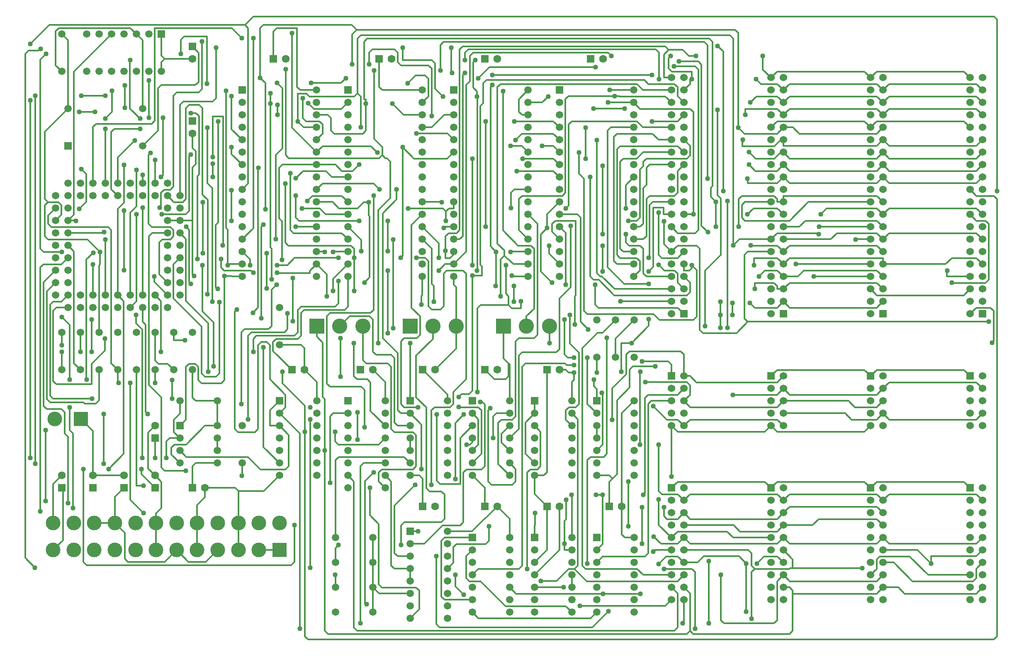
<source format=gbr>
G04 DipTrace 2.3.1.0*
%INBottom.gbr*%
%MOIN*%
%ADD13C,0.013*%
%ADD15C,0.063*%
%ADD16R,0.063X0.063*%
%ADD17R,0.122X0.122*%
%ADD18C,0.122*%
%ADD19C,0.06*%
%ADD20R,0.06X0.06*%
%ADD21C,0.0591*%
%ADD22C,0.0591*%
%ADD23R,0.1181X0.1181*%
%ADD24C,0.1181*%
%ADD25R,0.0591X0.0591*%
%ADD26C,0.04*%
%FSLAX44Y44*%
G04*
G70*
G90*
G75*
G01*
%LNBottom*%
%LPD*%
X31133Y37396D2*
D13*
X32198Y36331D1*
Y35450D1*
X34341Y37886D2*
Y35450D1*
X39633Y37396D2*
X38950D1*
X38856Y37302D1*
X58133Y30396D2*
X57638Y30891D1*
X51263D1*
X51004Y31151D1*
Y32755D1*
X48133Y37396D2*
X48633Y36896D1*
Y32755D1*
X10633Y34377D2*
Y31896D1*
X38856Y37302D2*
D3*
X63444Y31293D2*
X63845Y30891D1*
X65627D1*
X66133Y31396D1*
X48133Y38396D2*
X49580D1*
X49839Y38136D1*
Y29761D1*
X50451Y29149D1*
X61073Y31390D2*
Y30319D1*
X31133Y38396D2*
X29356D1*
X28858Y38893D1*
X27455D1*
X62047Y30319D2*
Y31293D1*
X24337Y37562D2*
X24180Y37404D1*
Y30064D1*
X66133Y31396D2*
X66638Y30891D1*
X73627D1*
X74133Y31396D1*
X61073Y30319D2*
Y29279D1*
X31133Y39396D2*
X30642Y39886D1*
X28286D1*
X27878Y39478D1*
X47528Y32917D2*
X46627Y33819D1*
Y36790D1*
X47138Y37302D1*
X35965Y38893D2*
X38759D1*
X39018Y38634D1*
X39278Y38893D1*
X39633D1*
Y39396D1*
X63833Y32397D2*
D3*
X51621Y35873D2*
Y33826D1*
X58133Y32396D2*
X57627Y32901D1*
Y33631D1*
X57368Y33891D1*
X56558D1*
X56103Y34346D1*
X39018Y38634D2*
Y37886D1*
X47138Y37302D2*
Y38402D1*
X48133Y39396D1*
X66133Y32396D2*
X66627Y32891D1*
X73638D1*
X74133Y32396D1*
X63833Y32397D2*
Y32592D1*
X63828Y32597D1*
Y32891D1*
X65368D1*
X65627Y32631D1*
Y32396D1*
X66133D1*
X11633Y36387D2*
Y31896D1*
X81133Y30396D2*
X81627Y30891D1*
X82774D1*
X83034Y30631D1*
Y28212D1*
X82899Y28077D1*
X5596Y52113D2*
X7130Y53646D1*
X22863D1*
X23538Y54322D1*
X83062D1*
X83322Y54062D1*
Y40290D1*
X14593Y18821D2*
D3*
X5596Y47566D2*
Y18821D1*
X22633Y40396D2*
X23123Y40886D1*
Y53386D1*
X22863Y53646D1*
X82899Y28077D2*
D3*
X14593Y18821D2*
X14623Y18850D1*
Y29128D1*
X14106Y29645D1*
Y30319D1*
X48133Y41396D2*
X47642Y41886D1*
X44707D1*
X31133Y41396D2*
X29855D1*
X29365Y41886D1*
X27525D1*
X26936Y41297D1*
X58133Y33396D2*
X58627Y32901D1*
Y32151D1*
X58368Y31891D1*
X52552D1*
X51294Y33149D1*
X50869D1*
X50609Y33409D1*
Y41389D1*
X64158Y33404D2*
X64645Y33891D1*
X65638D1*
X66133Y33396D1*
X13132Y42369D2*
Y39343D1*
X12633Y38844D1*
Y31896D1*
X26838Y13396D2*
Y10446D1*
X26578Y10186D1*
X10142D1*
X9883Y10446D1*
Y17910D1*
X36777Y12909D2*
D3*
X20277Y42466D2*
Y41394D1*
X66133Y33396D2*
X67294D1*
X67789Y33891D1*
X73638D1*
X74133Y33396D1*
X12633Y31896D2*
X13123Y31406D1*
Y19136D1*
X11897Y17911D1*
X36764Y12896D2*
X36133D1*
X57133Y31396D2*
X53042D1*
X53050Y31423D1*
X43825Y34314D2*
Y32040D1*
X44053Y31813D1*
Y31115D1*
X44313Y30855D1*
X45027D1*
Y31423D1*
X22633Y42396D2*
X21771Y43258D1*
Y43798D1*
X16185Y38406D2*
X18123D1*
X18383Y38666D1*
Y43073D1*
X18523Y43213D1*
X14138Y38406D2*
Y31402D1*
X13633Y30896D1*
X41552Y24115D2*
Y30855D1*
X41812Y31115D1*
X44053D1*
X41779Y23303D2*
D3*
X41130Y42888D2*
Y34314D1*
X45157Y42888D2*
X47640D1*
X48133Y42396D1*
X18523Y43213D2*
D3*
X41779Y23303D2*
X41942D1*
X42142Y23103D1*
Y18146D1*
X41883Y17886D1*
X40680D1*
X40420Y17627D1*
Y13646D1*
X40160Y13386D1*
X38749D1*
X37259Y11896D1*
X36133D1*
X39633Y43396D2*
X39123Y42886D1*
X36454D1*
X35543Y43798D1*
X14138Y41979D2*
Y39054D1*
X13633Y38548D1*
Y31896D1*
X37849Y16644D2*
Y22627D1*
X38109Y22886D1*
X39355D1*
X39615Y23146D1*
Y24123D1*
X40638Y25146D1*
Y33627D1*
X40379Y33886D1*
X39088D1*
X38829Y33627D1*
Y30996D1*
X38569Y30736D1*
X37867D1*
X37607Y30996D1*
Y34638D1*
X37347Y34898D1*
X36647D1*
X36550Y16644D2*
X34875Y14969D1*
Y11156D1*
X35135Y10896D1*
X36133D1*
X49704Y43376D2*
Y41662D1*
X50099Y41267D1*
Y30646D1*
X50359Y30386D1*
X55703D1*
X56188Y29901D1*
X58901D1*
X59161Y30161D1*
Y33919D1*
X58766Y34314D1*
X48133Y43396D2*
X47634Y43895D1*
X46749D1*
X35538Y43793D2*
Y35056D1*
X35381Y34898D1*
X74133Y34396D2*
X79182D1*
X79676Y34891D1*
X81638D1*
X82133Y34396D1*
X66133D2*
X66627Y34891D1*
X74133D1*
Y34396D1*
X63761Y34321D2*
Y34891D1*
X65638D1*
X66133Y34396D1*
X58766Y34314D2*
Y34091D1*
X58566Y33891D1*
X58133D1*
Y34396D1*
X48133Y44396D2*
X47642Y44886D1*
X45109D1*
X44605Y44383D1*
X57133Y32396D2*
X52558D1*
X51545Y33409D1*
X51393D1*
X51134Y33669D1*
Y44383D1*
X73133Y32396D2*
X73638Y31891D1*
X80627D1*
X81133Y32396D1*
X39633Y44396D2*
X39127Y44902D1*
X36647D1*
X15048Y22328D2*
X14883Y22494D1*
Y29521D1*
X14633Y29771D1*
Y30896D1*
X11508Y18333D2*
Y22328D1*
X6018Y47955D2*
Y18333D1*
X11637Y47955D2*
X9721D1*
X22633Y44396D2*
X21771Y45258D1*
Y47923D1*
X63509Y35905D2*
D3*
X45617Y43396D2*
X45118Y43895D1*
X44215D1*
X26643Y52990D2*
Y45370D1*
X28617Y43396D1*
X15990Y38958D2*
D3*
X58133Y35396D2*
X57627Y34891D1*
X56363D1*
X56103Y35151D1*
Y38536D1*
X66133Y35396D2*
X66627Y35891D1*
X73638D1*
X74133Y35396D1*
X63509Y35905D2*
X63523Y35891D1*
X65638D1*
X66133Y35396D1*
X28617Y43396D2*
X29107Y43886D1*
X32986D1*
X33497Y43376D1*
X15990Y38958D2*
X16123Y39091D1*
Y40127D1*
X16383Y40386D1*
X16863D1*
X17123Y40646D1*
Y47950D1*
X17383Y48210D1*
X19146D1*
X19406Y48470D1*
Y52302D1*
X14633Y38951D2*
Y31896D1*
X79294Y33891D2*
D3*
X26708Y33274D2*
Y29799D1*
X32035Y42401D2*
X31520Y41886D1*
X30637D1*
X30128Y42396D1*
X28617D1*
X57133Y33396D2*
X55127D1*
X54867Y33656D1*
Y35627D1*
X54607Y35886D1*
X53732D1*
X53472Y36146D1*
Y36815D1*
X51621Y42304D2*
Y36815D1*
X73133Y33396D2*
X68583D1*
X79294Y33891D2*
Y33696D1*
X79289Y33691D1*
Y33396D1*
X81133D1*
X28617Y42396D2*
X25869D1*
X25609Y42136D1*
Y38078D1*
X25831Y37856D1*
Y34736D1*
X66133Y36396D2*
X69930D1*
X70425Y36891D1*
X73638D1*
X74133Y36396D1*
X32457Y32917D2*
X32885Y33344D1*
Y38246D1*
X32815Y38316D1*
Y39381D1*
X23525Y27330D2*
Y28386D1*
X23785Y28646D1*
X26843D1*
X27103Y28906D1*
Y30721D1*
X27363Y30981D1*
X30119D1*
X30379Y31241D1*
Y33047D1*
X37117Y39396D2*
X38645D1*
X38661Y39381D1*
X74133Y36396D2*
X74627Y36891D1*
X81638D1*
X82133Y36396D1*
X32815Y39381D2*
X32407D1*
X31913Y38886D1*
X30410D1*
X29900Y39396D1*
X28617D1*
X16123Y27333D2*
Y31406D1*
X15633Y31896D1*
X38661Y39381D2*
D3*
X23493Y30481D2*
X23920Y30908D1*
Y42114D1*
X23948Y42141D1*
X54117Y41396D2*
X53472Y40752D1*
Y38893D1*
X73133Y34396D2*
X67161D1*
X67146Y34411D1*
X23948Y42141D2*
D3*
X67146Y34411D2*
D3*
X82639Y29766D2*
X63278D1*
X63018Y30026D1*
Y35136D1*
X63278Y35396D1*
X65133D1*
X19855Y45389D2*
Y40919D1*
X20250Y40524D1*
Y31396D1*
X56525Y37854D2*
Y36004D1*
X57133Y35396D1*
X48133Y45396D2*
X47642Y45886D1*
X44517D1*
X44508Y45877D1*
X50224Y42888D2*
Y45389D1*
X57133Y35396D2*
X57627Y35891D1*
X59161D1*
X59421Y35631D1*
Y29117D1*
X59681Y28857D1*
X62369D1*
X63278Y29766D1*
X28617Y44396D2*
X29107Y44886D1*
Y45627D1*
X28847Y45886D1*
X27780D1*
X27520Y46146D1*
Y47728D1*
X17711Y51301D2*
Y52443D1*
X17971Y52703D1*
X19823D1*
Y48897D1*
X15568Y33404D2*
Y32961D1*
X16633Y31896D1*
X66133Y37396D2*
X67415D1*
X67910Y37891D1*
X73638D1*
X74133Y37396D1*
X60066Y36977D2*
X59551Y37492D1*
Y50456D1*
X59291Y50716D1*
X57727D1*
X8129Y35386D2*
X6673D1*
X6413Y35646D1*
Y50851D1*
X6863Y51301D1*
X28617Y45396D2*
X27578D1*
X27098Y45877D1*
X37117Y45396D2*
X37864D1*
X38864Y46396D1*
X39633D1*
X73133Y36396D2*
X71957D1*
X20667Y32397D2*
X20510Y32555D1*
Y37544D1*
X20699Y37734D1*
Y45877D1*
X27098D2*
Y48123D1*
X27797D1*
X28033Y47886D1*
X31645D1*
X31905Y48146D1*
Y52535D1*
X32165Y52795D1*
X61847D1*
X62107Y52535D1*
Y35910D1*
X68965Y36815D2*
D3*
X65133Y36396D2*
X65627Y36891D1*
X68889D1*
X68965Y36815D1*
X62112Y35905D2*
X62603Y36396D1*
X65133D1*
X31905Y48146D2*
X32165Y47886D1*
Y45422D1*
X15275Y43343D2*
X15123Y43191D1*
Y37646D1*
X15383Y37386D1*
X16863D1*
X17123Y37127D1*
Y36646D1*
X16863Y36386D1*
X16222D1*
X15962Y36127D1*
Y33566D1*
X16633Y32896D1*
X69128Y38406D2*
X69613Y38891D1*
X73638D1*
X74133Y38396D1*
X45617Y47396D2*
X46742D1*
X47236Y47890D1*
X25474Y47208D2*
Y46396D1*
X66133Y38396D2*
X65638Y38891D1*
X63734D1*
X63249Y38406D1*
X58896D2*
X58886Y38396D1*
X58133D1*
X54117Y47396D2*
X54622Y46891D1*
X58636D1*
X58896Y46631D1*
Y38406D1*
X52050Y47396D2*
X54117D1*
X74133Y38396D2*
X74627Y38891D1*
X81638D1*
X82133Y38396D1*
X25019Y33177D2*
Y35634D1*
X24922Y35732D1*
Y47306D1*
X31133Y47396D2*
X30623Y46886D1*
X28394D1*
X27943Y47338D1*
X73133Y37396D2*
X69001D1*
X53375Y46916D2*
X50874D1*
X57133Y37396D2*
X57638Y36891D1*
X59031D1*
X59291Y37151D1*
Y50034D1*
X59031Y50294D1*
X57337D1*
X24922Y47306D2*
Y48150D1*
X60715Y37399D2*
Y39413D1*
X74133Y39396D2*
X73638Y39891D1*
X66133D1*
Y39396D1*
X13132Y38698D2*
Y33924D1*
X34698Y47306D2*
X35608Y46396D1*
X37117D1*
X32587Y47306D2*
Y45146D1*
X32327Y44886D1*
X30040D1*
X29780Y45146D1*
Y46136D1*
X29520Y46396D1*
X28617D1*
X32587Y47306D2*
D3*
X60715Y39413D2*
X60320Y39808D1*
Y40556D1*
X60428Y40664D1*
Y52275D1*
X60168Y52535D1*
X32685D1*
X32425Y52275D1*
Y47627D1*
X32560D1*
Y47333D1*
X32587Y47306D1*
X66133Y39396D2*
X65627D1*
Y39631D1*
X65368Y39891D1*
X62794D1*
X62534Y39631D1*
Y37399D1*
X57133Y38396D2*
X56498D1*
Y38931D1*
X55686D1*
Y34189D1*
X55291Y33794D1*
X20797Y31358D2*
Y25604D1*
X20537Y25344D1*
X19642D1*
X19383Y25604D1*
Y29386D1*
X17123Y31646D1*
Y34386D1*
X17633Y34896D1*
X79684Y32917D2*
X79710Y32891D1*
X82368D1*
X82627Y33151D1*
Y37631D1*
X82368Y37891D1*
X81638D1*
X81133Y38396D1*
X61300Y40290D2*
Y51496D1*
X60845Y51950D1*
X33237Y49969D2*
Y44474D1*
X33892Y43819D1*
Y43166D1*
X33632Y42906D1*
X26389D1*
X26129Y43166D1*
Y50061D1*
X60033Y41264D2*
Y52015D1*
X59773Y52275D1*
X38823D1*
X38564Y52015D1*
Y49969D1*
X33562Y28045D2*
Y38733D1*
X34536Y39708D1*
Y42646D1*
X34276Y42906D1*
X34151D1*
X33892Y43166D1*
X31613Y28045D2*
Y25386D1*
X31873Y25127D1*
X32690D1*
X32950Y24867D1*
Y22571D1*
X34125Y21396D1*
X74133Y41396D2*
X74627Y40901D1*
X81638D1*
X82133Y41396D1*
X66133D2*
X66627Y40901D1*
X73638D1*
X74133Y41396D1*
X63258Y41255D2*
Y40901D1*
X65638D1*
X66133Y41396D1*
X19920Y25739D2*
Y29646D1*
X18123Y31444D1*
Y36406D1*
X17633Y36896D1*
X81133Y40396D2*
X81638Y39891D1*
X83034D1*
X83294Y39631D1*
Y4457D1*
X83034Y4198D1*
X27943D1*
X27683Y4457D1*
Y20899D1*
X30119D2*
Y20146D1*
X30379Y19886D1*
X33615D1*
X34125Y20396D1*
X27683Y20899D2*
Y22997D1*
X25863Y24817D1*
Y25738D1*
X29697Y16807D2*
Y22136D1*
X29956Y22396D1*
X31133D1*
X18101Y17781D2*
X16402D1*
X16142Y18041D1*
Y23675D1*
X15142Y24675D1*
Y36636D1*
X15402Y36896D1*
X16633D1*
X57133Y16396D2*
X57627Y16891D1*
X64638D1*
X65133Y16396D1*
X39765Y17099D2*
Y21614D1*
X40448Y22296D1*
X10143Y25122D2*
D3*
X73133Y16396D2*
X73627Y16891D1*
X80638D1*
X81133Y16396D1*
X65133D2*
X65627Y16891D1*
X72638D1*
X73133Y16396D1*
X10143Y25122D2*
X10123Y25142D1*
Y34780D1*
X10663Y35321D1*
X7633Y32896D2*
X6933Y32197D1*
Y23535D1*
X7193Y23275D1*
X9857D1*
X9965Y23168D1*
X10873D1*
X11133Y23428D1*
Y25896D1*
X58133Y13396D2*
X62134D1*
X62640Y12891D1*
X65627D1*
X66133Y13396D1*
X59026Y5081D2*
Y9631D1*
X58766Y9891D1*
X56528D1*
X6830Y21029D2*
Y15345D1*
X66133Y13396D2*
X68477D1*
X68972Y13891D1*
X73638D1*
X74133Y13396D1*
X12709Y24829D2*
D3*
X55713Y12487D2*
X56299Y11901D1*
X57638D1*
X58133Y12396D1*
X14723Y14371D2*
X13642Y15451D1*
Y24821D1*
X12633Y25896D2*
X12123Y26406D1*
Y37127D1*
X11863Y37386D1*
X7290D1*
X7030Y37646D1*
Y38294D1*
X7633Y38896D1*
X12709Y24829D2*
X12633Y24906D1*
Y25896D1*
X74133Y12396D2*
X74627Y11901D1*
X81638D1*
X82133Y12396D1*
X66133D2*
X66627Y11901D1*
X73638D1*
X74133Y12396D1*
X58133D2*
X58627Y11901D1*
X65638D1*
X66133Y12396D1*
X65133D2*
X62115D1*
X61620Y12891D1*
X57627D1*
X57133Y12396D1*
X9721Y42044D2*
X10123Y41642D1*
Y39425D1*
X9526Y38828D1*
X14691Y16579D2*
X14133D1*
Y25896D1*
X57133Y12396D2*
X56103Y13426D1*
Y15475D1*
X9266Y37886D2*
D3*
X55681Y22978D2*
X56768Y21891D1*
X57638D1*
X58133Y21396D1*
X8633Y37896D2*
X9123Y38386D1*
Y49886D1*
X12133Y52896D1*
X9257Y37896D2*
X8633D1*
X58133Y21396D2*
X58627Y21891D1*
X65638D1*
X66133Y21396D1*
X14633Y46896D2*
Y52396D1*
X14133Y52896D1*
X13642Y53386D1*
X7902D1*
X7642Y53127D1*
Y50386D1*
X8133Y49896D1*
X57133Y23396D2*
X55523D1*
X55264Y23136D1*
Y11146D1*
X55004Y10886D1*
X51623D1*
X51133Y10396D1*
X38239Y10895D2*
Y5439D1*
X38499Y5179D1*
X50776D1*
X52075Y6478D1*
X51069Y15832D2*
X51621D1*
X58133Y24396D2*
X57627Y23891D1*
X55264D1*
X55004Y23631D1*
Y15967D1*
X54869Y15832D1*
X49125Y12396D2*
Y15827D1*
X74133Y24396D2*
X74627Y24891D1*
X81638D1*
X82133Y24396D1*
X66133D2*
X66638Y23891D1*
X73627D1*
X74133Y24396D1*
X62083Y23891D2*
X65627D1*
X66133Y24396D1*
X51623Y15832D2*
Y11886D1*
X51133Y11396D1*
X54869Y15832D2*
D3*
X32133Y5504D2*
Y18136D1*
X32392Y18396D1*
X34125D1*
X58133Y7396D2*
Y5584D1*
X58052Y5504D1*
X82133Y8396D2*
X81627Y7891D1*
X75878D1*
X75373Y8396D1*
X74133D1*
X73627Y7891D1*
X66887D1*
Y4919D1*
X66627Y4659D1*
X58887D1*
X58627Y4919D1*
X58368Y4659D1*
X29534D1*
X29274Y4919D1*
Y19405D1*
X66887Y7891D2*
Y8136D1*
X66627Y8396D1*
X66133D1*
X29274Y19405D2*
Y23547D1*
X29115Y23706D1*
Y28090D1*
X28633Y28573D1*
Y29396D1*
X58627Y4919D2*
Y7901D1*
X58133Y8396D1*
X57142Y17294D2*
D3*
X42461Y13299D2*
Y12146D1*
X42201Y11886D1*
X39875D1*
X39615Y11627D1*
Y10386D1*
X39125Y9896D1*
X53667Y16904D2*
Y13299D1*
X65133Y21396D2*
X65627Y20901D1*
X72638D1*
X73133Y21396D1*
X57133D2*
X57627Y20901D1*
X64638D1*
X65133Y21396D1*
X57133Y17304D2*
Y21396D1*
X36133Y8896D2*
Y9896D1*
X34875D1*
X34615Y10156D1*
Y16906D1*
X34125Y17396D1*
X49055Y37464D2*
Y32558D1*
X48138Y31642D1*
Y27555D1*
X47879Y27295D1*
X45135D1*
X44875Y27036D1*
Y21146D1*
X44125Y20396D1*
Y17396D2*
X43213Y18308D1*
Y21627D1*
X43473Y21886D1*
X44355D1*
X44615Y22146D1*
Y28180D1*
X44875Y28440D1*
X46107D1*
X46367Y28700D1*
Y37646D1*
X45617Y38396D1*
X34125Y16396D2*
X33599Y16922D1*
Y17627D1*
X33859Y17886D1*
X36363D1*
X36623Y18146D1*
Y20627D1*
X36363Y20886D1*
X34875D1*
X34615Y21146D1*
Y26146D1*
X34355Y26406D1*
X32593D1*
X32333Y26666D1*
Y29396D1*
X41133Y19396D2*
X41623Y19886D1*
Y21906D1*
X41133Y22396D1*
X40025Y22913D2*
X40052Y22886D1*
X41623D1*
X41883Y22627D1*
Y19146D1*
X41133Y18396D1*
X36771Y22886D2*
X35654D1*
X35394Y23146D1*
Y28180D1*
X35654Y28440D1*
X36678D1*
X36938Y28700D1*
Y30201D1*
X36252Y30887D1*
Y37532D1*
X37117Y38396D1*
X32457Y21289D2*
Y24269D1*
X32197Y24529D1*
X29698D1*
X29438Y24789D1*
Y30201D1*
X29698Y30461D1*
X32950D1*
X33210Y30721D1*
Y39895D1*
X38271Y22296D2*
Y16964D1*
X38531Y16704D1*
X40160D1*
Y20424D1*
X41133Y21396D1*
X39441Y51821D2*
Y49839D1*
X39506Y49774D1*
X40545D2*
X40383Y49612D1*
Y36656D1*
X40123Y36396D1*
X39633D1*
X23525Y52568D2*
Y37289D1*
X22633Y36396D1*
X22616Y52568D2*
X21797Y53386D1*
X15623D1*
Y45947D1*
X15363Y45687D1*
X10892D1*
X10633Y45427D1*
Y40896D1*
X39506Y49774D2*
D3*
X39633Y35396D2*
D3*
X64483Y51138D2*
Y50046D1*
X65133Y49396D1*
X9526Y46656D2*
X10793D1*
X38986Y35483D2*
Y36627D1*
X39246Y36886D1*
X39863D1*
X40123Y37146D1*
Y51666D1*
X40383Y51926D1*
X56625D1*
X56920Y51631D1*
X56530Y51241D1*
Y49396D1*
X57133D1*
X25442Y34314D2*
X26259D1*
X26843Y34898D1*
X30379D1*
X23265Y34314D2*
Y34763D1*
X22633Y35396D1*
X56920Y51631D2*
X58047D1*
X58539Y51138D1*
X59091D1*
X39633Y35396D2*
Y35182D1*
X39337Y34886D1*
X38986D1*
Y35483D1*
X73133Y49396D2*
X73627Y49891D1*
X80638D1*
X81133Y49396D1*
X65133D2*
X65627Y49891D1*
X72638D1*
X73133Y49396D1*
X22633Y34396D2*
X21484D1*
X21479Y34314D1*
X63931Y49287D2*
X64327Y48891D1*
X65638D1*
X66133Y48396D1*
X38434Y33891D2*
X38939Y34396D1*
X39633D1*
X58133Y48396D2*
X58627Y48891D1*
Y49287D1*
X58766D1*
X20342Y26161D2*
Y29711D1*
X19433Y30621D1*
Y34314D1*
X30541Y28435D2*
Y25349D1*
X34341Y33891D2*
Y28857D1*
X11637Y46104D2*
X12171Y46638D1*
Y48331D1*
X12157Y48345D1*
X21479Y34314D2*
D3*
X21484Y34396D2*
X21479D1*
X74133Y48396D2*
X74627Y48891D1*
X81638D1*
X82133Y48396D1*
X66133D2*
X66627Y48891D1*
X73638D1*
X74133Y48396D1*
X21354Y48340D2*
Y37297D1*
X21484Y37167D1*
Y34909D1*
X21479Y34904D1*
Y34314D1*
X39633Y34396D2*
X40642Y35406D1*
Y48808D1*
X40940Y49106D1*
Y51146D1*
X41200Y51406D1*
X52035D1*
X52303Y51138D1*
X58766Y49287D2*
Y49891D1*
X57180D1*
X56920Y50151D1*
Y50981D1*
X57077Y51138D1*
X58766Y49287D2*
D3*
X12157Y48345D2*
D3*
X11633Y45287D2*
Y40896D1*
X58133Y47396D2*
X57627Y47901D1*
Y48631D1*
X57368Y48891D1*
X55278D1*
X54975Y49195D1*
X42272D1*
X42012Y48935D1*
Y47349D1*
X41784Y47122D1*
Y34351D1*
X41914Y34221D1*
Y33469D1*
X41130D1*
X28105Y9986D2*
Y21906D1*
X63476Y47403D2*
X63964Y47891D1*
X65638D1*
X66133Y47396D1*
X25409Y32755D2*
X24992Y32337D1*
Y29426D1*
X24732Y29166D1*
X22843D1*
X22583Y28906D1*
Y23140D1*
X44313Y33469D2*
D3*
X14431Y45292D2*
X12383D1*
X12123Y45032D1*
Y40406D1*
X12633Y39896D1*
X13651Y50814D2*
D3*
X5986Y9986D2*
X5198Y10774D1*
Y51301D1*
X5457Y51561D1*
X6278D1*
X6441Y51723D1*
X41130Y33469D2*
Y24217D1*
X40870Y23958D1*
X40258D1*
X40025Y23725D1*
X74133Y47396D2*
X74627Y47891D1*
X81638D1*
X82133Y47396D1*
X66133D2*
X66627Y47891D1*
X73638D1*
X74133Y47396D1*
X44313Y33469D2*
X44385Y33396D1*
X45617D1*
X13651Y50814D2*
X13623Y50785D1*
Y46912D1*
X14431Y46104D1*
X57133Y48396D2*
X54852D1*
X54362Y48886D1*
X43408D1*
X43148Y48627D1*
Y36056D1*
X43701Y35504D1*
Y35066D1*
X43960Y34806D1*
X44015D1*
X44425Y34396D1*
X45617D1*
X29437Y31813D2*
Y33576D1*
X28617Y34396D1*
X43701Y35066D2*
X43408Y34773D1*
Y31818D1*
X20927Y34801D2*
Y34146D1*
X21187Y33886D1*
X23335D1*
X23525Y33697D1*
X18523Y46559D2*
X18918D1*
X19178Y46299D1*
Y41622D1*
X19043Y41487D1*
Y34801D1*
X14009Y44350D2*
X12633Y42974D1*
Y40896D1*
X25442Y33697D2*
D3*
X28617Y34396D2*
X28073Y33852D1*
Y33669D1*
X25469D1*
X25442Y33697D1*
X63086Y46396D2*
D3*
X43013Y32657D2*
D3*
X55583Y49612D2*
X42754D1*
X58133Y46396D2*
X57627Y45891D1*
X55598D1*
X55583Y45877D1*
X19465Y39381D2*
Y35288D1*
X28617Y35396D2*
X29263D1*
X29274Y35385D1*
X44215D2*
D3*
X74133Y46396D2*
X74627Y46891D1*
X81638D1*
X82133Y46396D1*
X66133D2*
X66627Y46891D1*
X73638D1*
X74133Y46396D1*
X63086D2*
Y46591D1*
X63081Y46596D1*
Y46891D1*
X65638D1*
X66133Y46396D1*
X43046Y35385D2*
X42596Y35835D1*
Y48643D1*
X42754Y48800D1*
X43013Y32657D2*
X43046Y32690D1*
Y35385D1*
X55583Y45877D2*
D3*
X44226Y35396D2*
X45617D1*
X57133Y47396D2*
X56638Y47891D1*
X52989D1*
X52958Y47923D1*
X52563D1*
X30963Y49352D2*
X30573Y48962D1*
X28170D1*
X51036Y50229D2*
X42494D1*
X41617Y49352D1*
X25442Y48962D2*
X25869Y48535D1*
Y43697D1*
X25344Y43172D1*
Y36425D1*
X52563Y47923D2*
X48883D1*
X48623Y47663D1*
Y40146D1*
X48363Y39886D1*
X45130D1*
X44870Y39627D1*
Y37143D1*
X45617Y36396D1*
X13191Y46986D2*
Y48762D1*
X74133Y45396D2*
X73627Y44891D1*
X67400D1*
X66895Y45396D1*
X66133D1*
X62502Y45389D2*
Y52995D1*
X62242Y53255D1*
X31845D1*
X31483Y52892D1*
Y50489D1*
X15145Y46169D2*
Y49190D1*
X16120Y41394D2*
X16282Y41557D1*
Y46169D1*
X42201Y45877D2*
Y37399D1*
X32847Y50489D2*
Y51406D1*
X33107Y51666D1*
X34883D1*
X35142Y51406D1*
Y50646D1*
X35402Y50387D1*
X37622D1*
X37882Y50127D1*
Y46299D1*
X31845Y53255D2*
X31456Y53645D1*
X24337D1*
X24077Y53385D1*
Y49385D1*
X66133Y45396D2*
X65627Y44891D1*
X63000D1*
X62502Y45389D1*
X24077Y49385D2*
X24500Y48962D1*
Y38796D1*
X26939Y37396D2*
X28617D1*
X31133Y36396D2*
X30642Y36886D1*
X26773D1*
X26513Y37146D1*
Y41719D1*
X49380Y29539D2*
Y31805D1*
X49450Y31875D1*
Y37886D1*
X47793D1*
X47533Y37627D1*
Y36996D1*
X48133Y36396D1*
X59838Y29409D2*
Y33865D1*
X61110Y35137D1*
Y39675D1*
X60845Y39940D1*
Y46819D1*
X34763Y36392D2*
Y29247D1*
X14633Y41582D2*
Y40896D1*
X58133Y44396D2*
X58627Y43901D1*
Y43151D1*
X58368Y42891D1*
X55127D1*
X54867Y42631D1*
Y42266D1*
X54607Y42007D1*
Y38146D1*
X54347Y37886D1*
X53667D1*
X62859Y44415D2*
D3*
X21771Y37886D2*
Y40355D1*
X29956Y35385D2*
D3*
X74133Y44396D2*
X74627Y43901D1*
X81638D1*
X82133Y44396D1*
X66133D2*
Y43901D1*
X73638D1*
X74133Y44396D1*
X66133D2*
D3*
X62859Y44415D2*
Y44220D1*
X62854Y44215D1*
Y43891D1*
X65422D1*
X65927Y44396D1*
X66133D1*
X29967Y35396D2*
X31133D1*
X65133Y45396D2*
X65627Y45891D1*
X72638D1*
X73133Y45396D1*
X48133Y34396D2*
X47301Y35228D1*
Y35873D1*
X57133Y45396D2*
X54852D1*
X54362Y45886D1*
X49142D1*
X48883Y45627D1*
Y39111D1*
X48633Y38861D1*
X31133Y34396D2*
X29956Y33220D1*
Y32235D1*
X24597Y35288D2*
Y32430D1*
X20277Y43018D2*
Y46272D1*
X21094D1*
Y35910D1*
X15633Y42791D2*
Y40896D1*
X73133Y45396D2*
X73627Y45891D1*
X80638D1*
X81133Y45396D1*
X58133Y43396D2*
X57638Y43891D1*
X53023D1*
X52763Y43631D1*
Y35146D1*
X53023Y34886D1*
X54347D1*
X54607Y34627D1*
Y33886D1*
X54117Y33396D1*
X63379Y43408D2*
X63896Y42891D1*
X65422D1*
X65927Y43396D1*
X66133D1*
X37037Y31131D2*
Y31837D1*
X37117Y31916D1*
Y33396D1*
X74133Y43396D2*
X74638Y42891D1*
X81627D1*
X82133Y43396D1*
X66133D2*
X66638Y42891D1*
X73627D1*
X74133Y43396D1*
X66133D2*
D3*
X19860Y31980D2*
Y39564D1*
X19438Y39987D1*
Y46954D1*
X19178Y47213D1*
X18383D1*
X18123Y46954D1*
Y39646D1*
X17863Y39386D1*
X17142D1*
X16633Y39896D1*
X31645Y32235D2*
Y34898D1*
X57133Y44396D2*
X56105D1*
X55615Y44886D1*
X52763D1*
X52503Y44627D1*
Y34656D1*
X52763Y34396D1*
X54117D1*
X31645Y34898D2*
Y35627D1*
X31385Y35886D1*
X26351D1*
X26091Y36146D1*
Y40875D1*
X57133Y43396D2*
X54862D1*
X54352Y42886D1*
X53282D1*
X53023Y42627D1*
Y35656D1*
X53282Y35396D1*
X54117D1*
X40545Y50814D2*
Y51406D1*
X40805Y51666D1*
X55876D1*
X56135Y51406D1*
Y49287D1*
X38759Y47890D2*
X38141Y48508D1*
Y50554D1*
X37882Y50814D1*
X35543D1*
Y51821D1*
X20537D2*
Y47733D1*
X20277Y47473D1*
X17892D1*
X17633Y47213D1*
Y39896D1*
X41519Y47890D2*
Y48285D1*
X41200Y48605D1*
Y50656D1*
X41357Y50814D1*
X41524Y33897D2*
Y47885D1*
X58133Y42396D2*
X57627Y41891D1*
Y40151D1*
X57368Y39891D1*
X55386D1*
X55127Y39631D1*
Y36656D1*
X54867Y36396D1*
X54117D1*
X38044Y31390D2*
Y32628D1*
X37867Y32805D1*
Y35646D1*
X37117Y36396D1*
X63379Y42401D2*
X63889Y41891D1*
X65627D1*
X66133Y42396D1*
X18134Y37399D2*
X18383Y37150D1*
Y32960D1*
X18523Y32820D1*
X44475Y31390D2*
Y32657D1*
X74133Y42396D2*
X74638Y41891D1*
X81627D1*
X82133Y42396D1*
X66133D2*
X66638Y41891D1*
X73627D1*
X74133Y42396D1*
X18523Y32820D2*
D3*
X57133Y42396D2*
X55386D1*
X55127Y42136D1*
Y40778D1*
X54867Y40518D1*
Y37656D1*
X54607Y37396D1*
X54117D1*
X37117D2*
X38434Y36079D1*
Y34898D1*
X32035Y37886D2*
X27196D1*
X26936Y38146D1*
Y39900D1*
X26286Y30448D2*
Y29166D1*
X26026Y28906D1*
X23363D1*
X23103Y28646D1*
Y21906D1*
X48957Y30319D2*
Y28023D1*
X49710Y27271D1*
Y23146D1*
X49450Y22886D1*
X48894D1*
X48635Y22627D1*
Y21886D1*
X49125Y21396D1*
X58133Y9396D2*
X57627Y8891D1*
X50350D1*
X49355Y9886D1*
X49615Y10146D1*
Y21906D1*
X49125Y22396D1*
X74133Y9396D2*
X73627Y8891D1*
X66638D1*
X66133Y9396D1*
X49355Y9886D2*
X48879D1*
X47906Y8914D1*
X46651D1*
X39765Y9401D2*
Y8492D1*
X40448Y7810D1*
X30119Y9401D2*
D3*
X66133Y9396D2*
X65627Y8891D1*
Y5758D1*
X65368Y5498D1*
X61365D1*
X61105Y5758D1*
Y9401D1*
X30119D2*
X30133Y9387D1*
Y8396D1*
X45547Y9888D2*
Y17627D1*
X45807Y17886D1*
X46363D1*
X46623Y18146D1*
Y20906D1*
X46133Y21396D1*
X36133D2*
X35135D1*
X34875Y21656D1*
Y26835D1*
X34615Y27095D1*
X33398D1*
X33138Y27355D1*
Y29942D1*
X32879Y30201D1*
X31288D1*
X30483Y29396D1*
X44125Y21396D2*
X43473Y20745D1*
Y20048D1*
X44125Y19396D1*
X49315Y26291D2*
X48700D1*
X48585Y26406D1*
X45394D1*
X45135Y26146D1*
Y10146D1*
X44875Y9886D1*
X41623D1*
X41133Y9396D1*
X57133Y7396D2*
X56636Y6900D1*
X49769D1*
X48468Y8396D2*
X46133D1*
X50386Y10311D2*
Y18627D1*
X50646Y18886D1*
X51691D1*
X51951Y19146D1*
Y28462D1*
X63151Y6446D2*
Y10311D1*
X44125Y8396D2*
X44635Y7886D1*
X51641D1*
X51653Y7875D1*
X82133Y10396D2*
X81627Y9891D1*
Y9151D1*
X81368Y8891D1*
X76508D1*
X75003Y10396D1*
X74133D1*
X63996Y10311D2*
X64576Y10891D1*
X65638D1*
X66133Y10396D1*
X58133D2*
X57638Y10891D1*
X56716D1*
X56103Y10278D1*
X63151Y10311D2*
X62561Y10900D1*
X59728D1*
X59224Y10396D1*
X58133D1*
X54641Y7875D2*
D3*
X51665Y7886D2*
X54630D1*
X36133Y18396D2*
X35642Y18886D1*
X30392D1*
X30133Y18627D1*
Y12396D1*
X57133Y9396D2*
X54860D1*
X54370Y9886D1*
X50229D1*
X49969Y10146D1*
Y27634D1*
X51198Y28862D1*
X51598D1*
X52633Y29896D1*
X73133Y9396D2*
X73627Y9891D1*
Y10631D1*
X73887Y10891D1*
X76280D1*
X77775Y9396D1*
X81133D1*
X8649Y15183D2*
Y20496D1*
X8373Y20773D1*
Y22467D1*
X8113Y22727D1*
X6933D1*
X6673Y22987D1*
Y32937D1*
X7633Y33896D1*
X46164Y14371D2*
Y13422D1*
X46133Y13390D1*
Y12396D1*
X50906Y25122D2*
Y24580D1*
X51133Y24354D1*
Y23396D1*
X55031Y24894D2*
X58368D1*
X58627Y24635D1*
Y23891D1*
X58133Y23396D1*
X10533Y27330D2*
Y29929D1*
X66133Y23396D2*
X71370D1*
X71875Y22891D1*
X73627D1*
X74133Y23396D1*
X58133D2*
X58638Y22891D1*
X65627D1*
X66133Y23396D1*
X49315Y26876D2*
X48795D1*
X48535Y27135D1*
Y29929D1*
X51133Y22396D2*
X50386Y23142D1*
Y26876D1*
X66133Y22396D2*
X71111D1*
X71616Y21891D1*
X73627D1*
X74133Y22396D1*
X10566Y23563D2*
X7453D1*
X7193Y23823D1*
Y31127D1*
X7453Y31386D1*
X8123D1*
X8633Y31896D1*
X16997Y25089D2*
Y23563D1*
X51133Y19396D2*
X51623Y19886D1*
Y23983D1*
X51556Y24050D1*
X74133Y22396D2*
X74638Y21891D1*
X81627D1*
X82133Y22396D1*
X51556Y24050D2*
D3*
X9633Y25896D2*
X9123Y26406D1*
Y35406D1*
X8633Y35896D1*
X57133Y8396D2*
X57627Y7901D1*
Y5179D1*
X57368Y4919D1*
X31883D1*
X31623Y5179D1*
Y16906D1*
X31133Y17396D1*
X65133Y25396D2*
X65627Y25891D1*
X72638D1*
X73133Y25396D1*
X57133D2*
Y26323D1*
X56873Y26583D1*
X54771D1*
X17133Y28896D2*
Y28272D1*
X18036D1*
X11605Y28402D2*
Y27453D1*
X10538Y26386D1*
Y24727D1*
X7712D1*
X7453Y24987D1*
Y30636D1*
X7712Y30896D1*
X8633D1*
X73133Y25396D2*
X73627Y25891D1*
X80638D1*
X81133Y25396D1*
X52368Y21874D2*
Y24411D1*
X53510Y25553D1*
Y27127D1*
X53770Y27386D1*
X57873D1*
X58133Y27127D1*
Y25396D1*
X15633Y25896D2*
Y24829D1*
X58133Y25396D2*
X58635D1*
X59140Y24891D1*
X65627D1*
X66133Y25396D1*
X44125Y18396D2*
X44615Y17906D1*
Y16906D1*
X44355Y16646D1*
X42662D1*
X42402Y16906D1*
Y22659D1*
X42559Y22816D1*
X11133Y28896D2*
Y34285D1*
X11215Y34367D1*
Y35385D1*
X20672Y11396D2*
X19721Y10446D1*
X18315D1*
X17365Y11396D1*
X48133Y14896D2*
Y11396D1*
X46133Y9396D1*
X17633Y18396D2*
X16937Y19092D1*
Y19627D1*
X17197Y19886D1*
X18142D1*
X19652Y21396D1*
X20633D1*
X25133Y50896D2*
Y53125D1*
X25392Y53385D1*
X27038D1*
Y48656D1*
X27298Y48396D1*
X28617D1*
X33633Y50896D2*
Y48656D1*
X33892Y48396D1*
X37117D1*
X54125Y12396D2*
X53392D1*
X53133Y12656D1*
Y14896D1*
X37133Y25896D2*
X39125Y23904D1*
Y23396D1*
X15633Y28896D2*
Y26646D1*
X15892Y26386D1*
X16642D1*
X17133Y25896D1*
X52633Y26896D2*
Y28396D1*
X54133Y29896D1*
X44125Y12396D2*
Y13904D1*
X43133Y14896D1*
X28625Y23396D2*
Y24904D1*
X27633Y25896D1*
X33133D2*
X34125Y24904D1*
Y23396D1*
X11215Y35385D2*
X10214Y36386D1*
X7030D1*
X6771Y36646D1*
Y39127D1*
X7030Y39386D1*
X6771Y39646D1*
Y45034D1*
X8633Y46896D1*
X42133Y25896D2*
X42902Y25127D1*
X43793D1*
X44053Y25386D1*
Y26406D1*
X43633Y26826D1*
Y29396D1*
X49125Y23396D2*
Y24924D1*
X49315Y25114D1*
Y25674D1*
X16133Y52896D2*
Y51160D1*
X16392Y50900D1*
X18636D1*
X33133Y12396D2*
Y10396D1*
X45617Y48396D2*
X44867Y47646D1*
Y46656D1*
X45127Y46396D1*
X45617D1*
X16392Y50900D2*
X16133Y50640D1*
Y49904D1*
X51133Y26896D2*
Y25675D1*
X10751Y13562D2*
X12404D1*
X33133Y8396D2*
Y6396D1*
X9633Y28896D2*
Y27339D1*
X44053Y26406D2*
X44125Y26334D1*
Y23396D1*
X54117Y48396D2*
X52187D1*
X52173Y48410D1*
X8633Y46896D2*
Y52396D1*
X8133Y52896D1*
X7030Y39386D2*
X7863D1*
X8123Y39127D1*
Y38386D1*
X7633Y37896D1*
X12404Y13562D2*
Y15668D1*
X13133Y16396D1*
X17365Y11396D2*
X16414Y10446D1*
X13449D1*
X13190Y10706D1*
Y12776D1*
X12404Y13562D1*
X20633Y23396D2*
X18892D1*
X18633Y23656D1*
Y25896D1*
X20633Y21396D2*
Y23396D1*
X53133Y14896D2*
Y22404D1*
X54125Y23396D1*
X43133Y14896D2*
X42168Y13932D1*
X42140D1*
X41105Y12896D1*
X39125D1*
X27633Y25896D2*
Y27636D1*
X27373Y27896D1*
X25633D1*
X49315Y25674D2*
X48865D1*
X48642Y25896D1*
X48133D1*
X33133Y8396D2*
X33633Y7896D1*
X36133D1*
X33133Y10396D2*
Y8396D1*
X8133Y27327D2*
Y25896D1*
X52173Y48410D2*
D3*
X18633Y44896D2*
Y43751D1*
X18918Y43465D1*
Y42439D1*
X18642Y42164D1*
Y37896D1*
Y33577D1*
X18783Y33437D1*
X17633Y21396D2*
X18123Y21886D1*
Y26127D1*
X18383Y26386D1*
X18863D1*
X19123Y26127D1*
Y25084D1*
X19383Y24824D1*
X20959D1*
X21219Y25084D1*
Y33437D1*
X36133Y5896D2*
X36883Y6646D1*
Y8127D1*
X36623Y8386D1*
X33883D1*
X33623Y8646D1*
Y13489D1*
X32912Y14200D1*
Y16417D1*
X26633Y25896D2*
X25122Y27407D1*
Y28127D1*
X25382Y28386D1*
X27103D1*
X27363Y28646D1*
Y30461D1*
X27623Y30721D1*
X30873D1*
X31133Y30981D1*
Y33396D1*
X18636Y51900D2*
X19146Y51390D1*
Y49057D1*
X18886Y48797D1*
X16142D1*
X15883Y48538D1*
Y45146D1*
X14633Y43896D1*
X38133Y25896D2*
X39833Y27597D1*
Y29396D1*
X47133Y25896D2*
Y17656D1*
X46873Y17396D1*
X46133D1*
X13133D2*
X10633D1*
X25633D2*
X24373Y16136D1*
X22325D1*
Y13562D1*
X8133Y17396D2*
X7444Y16707D1*
Y13562D1*
X36133Y17396D2*
X36873D1*
X37133Y17136D1*
Y14896D1*
X22325Y16136D2*
X22066Y16396D1*
X19633D1*
X15633Y21396D2*
X15085Y20849D1*
Y17943D1*
X15633Y17396D1*
X55843Y26161D2*
X54029D1*
X53770Y25901D1*
Y24463D1*
X52763Y23456D1*
Y17507D1*
X52392Y17137D1*
X52133Y17396D1*
X51133D1*
X16633Y37896D2*
X17633D1*
X61625Y39478D2*
Y29279D1*
X41133Y6396D2*
X41623Y5906D1*
X50642D1*
X51133Y6396D1*
X65133Y39396D2*
X63054D1*
X62794Y39136D1*
Y38151D1*
X63054Y37891D1*
X66627D1*
X68133Y39396D1*
X73133D1*
X52392Y17137D2*
X52133Y16877D1*
Y14896D1*
X49125Y8396D2*
Y9396D1*
X41133Y17396D2*
X42133Y16396D1*
Y14896D1*
X57133Y39396D2*
X55648D1*
X55388Y39136D1*
Y34996D1*
X55291Y34898D1*
X8633Y36896D2*
X11459D1*
X11540Y36977D1*
X18783Y33437D2*
D3*
X21219D2*
X21771D1*
X21812Y33396D1*
X22633D1*
X39833Y29396D2*
Y32546D1*
X39633Y32747D1*
Y33396D1*
X47133Y14896D2*
Y11396D1*
X46133Y10396D1*
Y17396D2*
Y15896D1*
X47133Y14896D1*
X10633Y17396D2*
Y20987D1*
X9678Y21942D1*
X22325Y13562D2*
Y11396D1*
X19018Y13562D2*
Y11396D1*
X19633Y16396D2*
Y15627D1*
X19018Y15012D1*
Y13562D1*
X15711D2*
Y11396D1*
X15633Y17396D2*
X16142Y16886D1*
Y14778D1*
X15711Y14347D1*
Y13562D1*
X17633Y37896D2*
X18642D1*
X55291Y34898D2*
D3*
X11540Y36977D2*
D3*
X16542Y18821D2*
Y20136D1*
X16802Y20396D1*
X17633D1*
X15633D2*
Y18821D1*
X17633Y20396D2*
X17142Y20886D1*
Y21886D1*
X17633Y22377D1*
Y23396D1*
X18633Y16396D2*
Y18136D1*
X18892Y18396D1*
X20633D1*
X22633D2*
Y17408D1*
X22616Y17391D1*
X14528Y17911D2*
Y17501D1*
X15633Y16396D1*
X20633Y19396D2*
Y20396D1*
X22616Y17391D2*
D3*
X25633Y23396D2*
X24883Y22646D1*
Y21396D1*
X25633D1*
X26383Y20646D1*
Y18146D1*
X26123Y17886D1*
X24123D1*
X23123Y18886D1*
X18142D1*
X17633Y19396D1*
X46133Y23396D2*
Y22396D1*
X45394Y21658D1*
Y19135D1*
X46133Y18396D1*
X51133Y21396D2*
Y20396D1*
X41133Y12396D2*
X38894D1*
X38635Y12136D1*
Y7656D1*
X38894Y7396D1*
X41133D1*
Y11396D2*
X40642Y10906D1*
Y9146D1*
X40902Y8886D1*
X41800D1*
X43800Y6886D1*
X48635D1*
X49125Y6396D1*
X36133Y19396D2*
Y20396D1*
X30379Y11805D2*
X30133Y11559D1*
Y10396D1*
X35408Y11810D2*
Y13386D1*
X35668Y13646D1*
X38642D1*
X38902Y13906D1*
Y15860D1*
X38642Y16120D1*
X37692D1*
X37432Y16379D1*
Y22871D1*
X36623Y23680D1*
Y27032D1*
X37983Y28392D1*
Y29396D1*
X7444Y11396D2*
X8229Y12182D1*
Y16300D1*
X8133Y16396D1*
X25633Y11396D2*
X23979D1*
X57133D2*
X55792D1*
X55681Y11285D1*
X8133Y16396D2*
D3*
X55681Y11285D2*
D3*
X56103Y19892D2*
Y16151D1*
X56363Y15891D1*
X57638D1*
X58133Y15396D1*
X47333Y28045D2*
Y29396D1*
X55323Y29961D2*
Y29442D1*
X53927Y28045D1*
X31905Y20282D2*
Y22491D1*
X54117Y45396D2*
X52275D1*
X52016Y45136D1*
Y34148D1*
X53344Y32820D1*
X55323D1*
X54641Y25739D2*
D3*
X36133Y23396D2*
Y28040D1*
X74133Y15396D2*
X74627Y15891D1*
X81638D1*
X82133Y15396D1*
X66133D2*
X66627Y15891D1*
X73638D1*
X74133Y15396D1*
X58133D2*
X58627Y15891D1*
X65638D1*
X66133Y15396D1*
X53927Y28045D2*
X53123D1*
Y25747D1*
X54641Y25739D2*
X54615Y25712D1*
Y19898D1*
X43598Y48313D2*
Y37105D1*
X44817Y35886D1*
X45847D1*
X46107Y35627D1*
Y30825D1*
X45483Y30201D1*
Y29396D1*
X35933Y48930D2*
X36587Y49585D1*
X37347D1*
X37607Y49325D1*
Y47886D1*
X37117Y47396D1*
X25633Y18396D2*
X24337Y19692D1*
Y27720D1*
X63573Y5893D2*
Y9631D1*
X63833Y9891D1*
X63573Y10151D1*
Y11136D1*
X63314Y11396D1*
X58133D1*
X74133D2*
X76909D1*
X77995Y10311D1*
X35056Y40420D2*
Y39605D1*
X33924Y38473D1*
Y28440D1*
X35135Y27229D1*
Y22656D1*
X35394Y22396D1*
X36133D1*
X33659Y40420D2*
X33193Y40886D1*
X29107D1*
X28617Y40396D1*
X45617D2*
X44508D1*
X44248Y40136D1*
Y38926D1*
X33204Y17651D2*
X32495Y16942D1*
Y7030D1*
X32652D1*
X72470Y9956D2*
X66887D1*
Y10642D1*
X66133Y11396D1*
X8133Y27885D2*
Y28896D1*
X77995Y10311D2*
Y10901D1*
X81638D1*
X82133Y11396D1*
X36133Y22396D2*
X37037Y21492D1*
Y17911D1*
X63833Y9891D2*
X66595D1*
X66660Y9956D1*
X66887D1*
X32652Y7030D2*
X32647Y7035D1*
X22194Y30741D2*
X22036Y30584D1*
Y21146D1*
X22296Y20886D1*
X23660D1*
X23920Y21146D1*
Y27888D1*
X24180Y28148D1*
X24602D1*
X24862Y27888D1*
Y25147D1*
X26123Y23886D1*
Y22886D1*
X25633Y22396D1*
X60131Y10506D2*
Y5504D1*
X25633Y22396D2*
X27260Y20768D1*
Y5081D1*
X44125Y22396D2*
X43078D1*
X42819Y22136D1*
Y20412D1*
X41133Y20396D2*
Y20092D1*
X40933Y19892D1*
X40675D1*
X6413Y14496D2*
Y34127D1*
X6673Y34386D1*
X8123D1*
X8633Y34896D1*
X56525Y14858D2*
Y14151D1*
X56785Y13891D1*
X57627D1*
X58133Y14396D1*
X48665Y15443D2*
Y13879D1*
X48535Y13749D1*
Y11902D1*
X8779Y25122D2*
Y29507D1*
X8130Y30156D1*
X54771Y11902D2*
Y14858D1*
X66133Y14396D2*
X66627Y14891D1*
X73638D1*
X74133Y14396D1*
X58133D2*
X58638Y13891D1*
X65627D1*
X66133Y14396D1*
X48535Y11902D2*
Y11396D1*
X49125D1*
X9044Y14766D2*
Y20764D1*
X8779Y21029D1*
Y22881D1*
D26*
X10631Y34379D3*
X32198Y35450D3*
X34341D3*
Y37886D3*
X38856Y37302D3*
X51004Y32755D3*
X48633D3*
X50451Y29149D3*
X61073Y29279D3*
X27455Y38893D3*
X63444Y31293D3*
X62047D3*
Y30319D3*
X61073D3*
X24175Y30059D3*
X24337Y37562D3*
X61073Y31390D3*
X27878Y39478D3*
X35965Y38893D3*
X63833Y32397D3*
X47528Y32917D3*
X51621Y33826D3*
Y35873D3*
X56103Y34346D3*
X47138Y37302D3*
X39018Y37886D3*
X11637Y36392D3*
X82899Y28077D3*
X83322Y40290D3*
X14106Y30319D3*
X14593Y18821D3*
X5596D3*
Y47566D3*
Y52113D3*
X44702Y41882D3*
X26936Y41297D3*
X50614Y41394D3*
X64158Y33404D3*
X11897Y17911D3*
X9884D3*
X26838Y13396D3*
X36777Y12909D3*
X20277Y41394D3*
Y42466D3*
X13132Y42369D3*
X53050Y31423D3*
X45027D3*
X21771Y43798D3*
X18523Y43213D3*
X16185Y38406D3*
X14138D3*
X41552Y24115D3*
X41779Y23303D3*
X43825Y34314D3*
X41130D3*
X45157Y42888D3*
X41130D3*
X14138Y41979D3*
X35543Y43798D3*
X63768Y34314D3*
X35381Y34898D3*
X36647D3*
X37849Y16644D3*
X36550D3*
X46749Y43895D3*
X49704Y43376D3*
X58766Y34314D3*
X44605Y44383D3*
X51134D3*
X36647Y44902D3*
X15048Y22328D3*
X11508D3*
Y18333D3*
X6018D3*
Y47955D3*
X9721D3*
X11637D3*
X21771Y47923D3*
X63509Y35905D3*
X44215Y43895D3*
X33497Y43376D3*
X26643Y52990D3*
X19400Y52308D3*
X15990Y38958D3*
X14626D3*
X56103Y38536D3*
X79294Y33891D3*
X26708Y29799D3*
Y33274D3*
X25831Y34736D3*
X32035Y42401D3*
X53472Y36815D3*
X51621D3*
X68575Y33404D3*
X51621Y42304D3*
X32457Y32917D3*
X30379Y33047D3*
X23525Y27330D3*
X16120D3*
X38661Y39381D3*
X32815D3*
X23948Y42141D3*
X23493Y30481D3*
X53472Y38893D3*
X67146Y34411D3*
X20245Y31390D3*
X19855Y45389D3*
X82639Y29766D3*
X44508Y45877D3*
X50224Y45389D3*
Y42888D3*
X56525Y37854D3*
X27520Y47728D3*
X19823Y48897D3*
X17711Y51301D3*
X6863D3*
X8130Y35385D3*
X15568Y33404D3*
X57727Y50716D3*
X60066Y36977D3*
X68965Y36815D3*
X71953Y36392D3*
X20699Y45877D3*
X20667Y32397D3*
X32165Y45422D3*
X62112Y35905D3*
X27098Y45877D3*
X15275Y43343D3*
X47236Y47890D3*
X52043Y47403D3*
X69128Y38406D3*
X25474Y46396D3*
Y47208D3*
X63249Y38406D3*
X58896D3*
X24922Y48150D3*
X27943Y47338D3*
X25019Y33177D3*
X68998Y37399D3*
X50874Y46916D3*
X53375D3*
X57337Y50294D3*
X24922Y47306D3*
X13132Y33924D3*
Y38698D3*
X34698Y47306D3*
X32587D3*
X60715Y37399D3*
X62534D3*
X60715Y39413D3*
X55291Y33794D3*
X20797Y31358D3*
X79684Y32917D3*
X60845Y51950D3*
X61300Y40290D3*
X26124Y50067D3*
X38564Y49969D3*
X33237D3*
X33562Y28045D3*
X31613D3*
X63249Y41264D3*
X60033D3*
X19920Y25739D3*
X25864D3*
X30119Y20899D3*
X27683D3*
X29697Y16807D3*
X18101Y17781D3*
X40448Y22296D3*
X39765Y17099D3*
X10663Y35321D3*
X10143Y25122D3*
X56525Y9888D3*
X59026Y5081D3*
X6830Y15345D3*
Y21029D3*
X12709Y24829D3*
X13651D3*
X14723Y14371D3*
X55713Y12487D3*
X56103Y15475D3*
X9526Y38828D3*
X9721Y42044D3*
X14691Y16579D3*
X55681Y22978D3*
X9266Y37886D3*
X52075Y6478D3*
X38239Y10895D3*
X62079Y23887D3*
X54869Y15832D3*
X51621D3*
X49120D3*
X51069D3*
X32133Y5504D3*
X58052D3*
X29274Y19405D3*
X42461Y13299D3*
X53667D3*
Y16904D3*
X57142Y17294D3*
X49055Y37464D3*
X40025Y22913D3*
X36777Y22881D3*
X33204Y39900D3*
X32457Y21289D3*
X38271Y22296D3*
X39506Y49774D3*
X40545D3*
X23525Y52568D3*
X22616D3*
X39441Y51821D3*
X10793Y46656D3*
X9526D3*
X64483Y51138D3*
X59091D3*
X30379Y34898D3*
X25442Y34314D3*
X23265D3*
X38986Y35483D3*
X52303Y51138D3*
X57077D3*
X19433Y34314D3*
X20342Y26161D3*
X30541Y25349D3*
Y28435D3*
X34341Y28857D3*
Y33891D3*
X38434D3*
X21349Y48345D3*
X12157D3*
X11637Y46104D3*
Y45292D3*
X63931Y49287D3*
X58766D3*
X21479Y34314D3*
X40025Y23725D3*
X28105Y21906D3*
X22583Y23140D3*
X25409Y32755D3*
X63476Y47403D3*
X41130Y33469D3*
X44313D3*
X14431Y45292D3*
Y46104D3*
X13651Y50814D3*
X6441Y51723D3*
X5986Y9986D3*
X28105D3*
Y22886D3*
X29437Y31813D3*
X43403D3*
X25442Y33697D3*
X23525D3*
X20927Y34801D3*
X19043D3*
X18523Y46559D3*
X14009Y44350D3*
X42754Y48800D3*
Y49612D3*
X55583D3*
Y45877D3*
X19465Y35288D3*
Y39381D3*
X43013Y32657D3*
X29274Y35385D3*
X63086Y46396D3*
X43046Y35385D3*
X44215D3*
X13197Y48767D3*
Y46981D3*
X28170Y48962D3*
X30963Y49352D3*
X41617D3*
X51036Y50229D3*
X25344Y36425D3*
X25442Y48962D3*
X52563Y47923D3*
X24500Y38796D3*
X26936Y37399D3*
X15145Y49190D3*
Y46169D3*
X16282D3*
X16120Y41394D3*
X42201Y37399D3*
Y45877D3*
X37882Y46299D3*
X32847Y50489D3*
X31483D3*
X24077Y49385D3*
X62502Y45389D3*
X26513Y41719D3*
X14626Y41589D3*
X60845Y46819D3*
X59838Y29409D3*
X34763Y29247D3*
Y36392D3*
X49380Y29539D3*
X53667Y37886D3*
X62859Y44415D3*
X21771Y40355D3*
Y37886D3*
X29956Y35385D3*
X47301Y35873D3*
X48633Y38861D3*
X29956Y32235D3*
X24597Y32430D3*
Y35288D3*
X21089Y35905D3*
X20277Y43018D3*
X15633Y42791D3*
X63379Y43408D3*
X19855Y31975D3*
X37037Y31131D3*
X26091Y40875D3*
X31645Y32235D3*
Y34898D3*
X56135Y49287D3*
X40545Y50814D3*
X41357D3*
X35543Y51821D3*
X20537D3*
X41519Y33891D3*
Y47890D3*
X38759D3*
X18523Y32820D3*
X18134Y37399D3*
X63379Y42401D3*
X44475Y32657D3*
Y31390D3*
X38044D3*
X38434Y34898D3*
X26936Y39900D3*
X32035Y37886D3*
X23103Y21906D3*
X26286Y30448D3*
X48957Y30319D3*
X61105Y9401D3*
X46651Y8914D3*
X40448Y7810D3*
X39765Y9401D3*
X30119D3*
X45547Y9888D3*
X49315Y26291D3*
X48470Y8394D3*
X49769Y6900D3*
X51946Y28467D3*
X56103Y10278D3*
X54641Y7875D3*
X63151Y6446D3*
X63996Y10311D3*
X63151D3*
X50386D3*
X51653Y7875D3*
X8649Y15183D3*
X46164Y14371D3*
X10533Y29929D3*
Y27330D3*
X55031Y24894D3*
X50906Y25122D3*
X48535Y29929D3*
X49315Y26876D3*
X50386D3*
X10566Y23563D3*
X16997D3*
Y25089D3*
X51556Y24050D3*
X54771Y26583D3*
X18036Y28272D3*
X11605Y28402D3*
X52368Y21874D3*
X15633Y24829D3*
X42559Y22816D3*
X51134Y25674D3*
X9624Y27330D3*
X8130D3*
X52173Y48410D3*
X11215Y35385D3*
X49315Y25674D3*
X55843Y26161D3*
X61625Y29279D3*
X18783Y33437D3*
X21219D3*
X55291Y34898D3*
X11540Y36977D3*
X61625Y39478D3*
X32912Y16417D3*
X15633Y18821D3*
X16542D3*
X22616Y17391D3*
X14528Y17911D3*
X30379Y11805D3*
X35413D3*
X55681Y11285D3*
X47333Y28045D3*
X53927D3*
X31905Y22491D3*
Y20282D3*
X55323Y32820D3*
Y29961D3*
X56103Y19892D3*
X54609D3*
X54641Y25739D3*
X53115D3*
X36128Y28045D3*
X43598Y48313D3*
X35933Y48930D3*
X24337Y27720D3*
X8130Y27883D3*
X37037Y17911D3*
X33659Y40420D3*
X44248Y38926D3*
X63573Y5893D3*
X32652Y7030D3*
X77995Y10311D3*
X72473Y9953D3*
X35056Y40420D3*
X33204Y17651D3*
X27260Y5081D3*
X60131Y5504D3*
X22194Y30741D3*
X60131Y10506D3*
X42819Y20412D3*
X40675Y19892D3*
X6408Y14501D3*
X8130Y30156D3*
X8779Y25122D3*
Y22881D3*
X9039Y14760D3*
X48665Y15443D3*
X56525Y14858D3*
X54771D3*
Y11902D3*
X48535D3*
D15*
X18633Y44896D3*
D16*
Y45896D3*
D15*
X43133Y25896D3*
D16*
X42133D3*
D15*
X19633Y16396D3*
D16*
X18633D3*
D15*
X15633Y21396D3*
D16*
Y20396D3*
D15*
Y17396D3*
D16*
Y16396D3*
D15*
X33133Y25896D3*
D16*
X32133D3*
D15*
X48133D3*
D16*
X47133D3*
D15*
X43133Y50896D3*
D16*
X42133D3*
D15*
X27633Y25896D3*
D16*
X26633D3*
D15*
X18636Y50900D3*
D16*
Y51900D3*
D15*
X10633Y17396D3*
D16*
Y16396D3*
D15*
X8133Y17396D3*
D16*
Y16396D3*
D15*
X13133Y17396D3*
D16*
Y16396D3*
D15*
X51633Y50896D3*
D16*
X50633D3*
D15*
X38133Y14896D3*
D16*
X37133D3*
D15*
X48133D3*
D16*
X47133D3*
D15*
X43133D3*
D16*
X42133D3*
D15*
X53133D3*
D16*
X52133D3*
D15*
X34633Y50896D3*
D16*
X33633D3*
D15*
X26133D3*
D16*
X25133D3*
D15*
X38133Y25896D3*
D16*
X37133D3*
D17*
X36133Y29396D3*
D18*
X37983D3*
X39833D3*
D19*
X82133Y49396D3*
Y48396D3*
Y47396D3*
Y46396D3*
Y45396D3*
Y44396D3*
Y43396D3*
Y42396D3*
Y41396D3*
Y40396D3*
Y39396D3*
Y38396D3*
Y37396D3*
Y36396D3*
Y35396D3*
Y34396D3*
Y33396D3*
Y32396D3*
Y31396D3*
D20*
Y30396D3*
D19*
X81133D3*
Y31396D3*
Y32396D3*
Y33396D3*
Y34396D3*
Y35396D3*
Y36396D3*
Y37396D3*
Y38396D3*
Y39396D3*
Y40396D3*
Y41396D3*
Y42396D3*
Y43396D3*
Y44396D3*
Y45396D3*
Y46396D3*
Y47396D3*
Y48396D3*
Y49396D3*
D20*
X73133Y16396D3*
D19*
Y15396D3*
Y14396D3*
Y13396D3*
Y12396D3*
Y11396D3*
Y10396D3*
Y9396D3*
Y8396D3*
Y7396D3*
X74133D3*
Y8396D3*
Y9396D3*
Y10396D3*
Y11396D3*
Y12396D3*
Y13396D3*
Y14396D3*
Y15396D3*
Y16396D3*
X82133Y21396D3*
X81133D3*
Y22396D3*
X82133D3*
X81133Y23396D3*
X82133D3*
X81133Y24396D3*
X82133D3*
Y25396D3*
D20*
X81133D3*
D19*
X58133Y49396D3*
Y48396D3*
Y47396D3*
Y46396D3*
Y45396D3*
Y44396D3*
Y43396D3*
Y42396D3*
Y41396D3*
Y40396D3*
Y39396D3*
Y38396D3*
Y37396D3*
Y36396D3*
Y35396D3*
Y34396D3*
Y33396D3*
Y32396D3*
Y31396D3*
D20*
Y30396D3*
D19*
X57133D3*
Y31396D3*
Y32396D3*
Y33396D3*
Y34396D3*
Y35396D3*
Y36396D3*
Y37396D3*
Y38396D3*
Y39396D3*
Y40396D3*
Y41396D3*
Y42396D3*
Y43396D3*
Y44396D3*
Y45396D3*
Y46396D3*
Y47396D3*
Y48396D3*
Y49396D3*
X66133D3*
Y48396D3*
Y47396D3*
Y46396D3*
Y45396D3*
Y44396D3*
Y43396D3*
Y42396D3*
Y41396D3*
Y40396D3*
Y39396D3*
Y38396D3*
Y37396D3*
Y36396D3*
Y35396D3*
Y34396D3*
Y33396D3*
Y32396D3*
Y31396D3*
D20*
Y30396D3*
D19*
X65133D3*
Y31396D3*
Y32396D3*
Y33396D3*
Y34396D3*
Y35396D3*
Y36396D3*
Y37396D3*
Y38396D3*
Y39396D3*
Y40396D3*
Y41396D3*
Y42396D3*
Y43396D3*
Y44396D3*
Y45396D3*
Y46396D3*
Y47396D3*
Y48396D3*
Y49396D3*
D20*
X57133Y16396D3*
D19*
Y15396D3*
Y14396D3*
Y13396D3*
Y12396D3*
Y11396D3*
Y10396D3*
Y9396D3*
Y8396D3*
Y7396D3*
X58133D3*
Y8396D3*
Y9396D3*
Y10396D3*
Y11396D3*
Y12396D3*
Y13396D3*
Y14396D3*
Y15396D3*
Y16396D3*
D20*
X65133D3*
D19*
Y15396D3*
Y14396D3*
Y13396D3*
Y12396D3*
Y11396D3*
Y10396D3*
Y9396D3*
Y8396D3*
Y7396D3*
X66133D3*
Y8396D3*
Y9396D3*
Y10396D3*
Y11396D3*
Y12396D3*
Y13396D3*
Y14396D3*
Y15396D3*
Y16396D3*
X58133Y21396D3*
X57133D3*
Y22396D3*
X58133D3*
X57133Y23396D3*
X58133D3*
X57133Y24396D3*
X58133D3*
Y25396D3*
D20*
X57133D3*
D19*
X66133Y21396D3*
X65133D3*
Y22396D3*
X66133D3*
X65133Y23396D3*
X66133D3*
X65133Y24396D3*
X66133D3*
Y25396D3*
D20*
X65133D3*
D19*
X74133Y49396D3*
Y48396D3*
Y47396D3*
Y46396D3*
Y45396D3*
Y44396D3*
Y43396D3*
Y42396D3*
Y41396D3*
Y40396D3*
Y39396D3*
Y38396D3*
Y37396D3*
Y36396D3*
Y35396D3*
Y34396D3*
Y33396D3*
Y32396D3*
Y31396D3*
D20*
Y30396D3*
D19*
X73133D3*
Y31396D3*
Y32396D3*
Y33396D3*
Y34396D3*
Y35396D3*
Y36396D3*
Y37396D3*
Y38396D3*
Y39396D3*
Y40396D3*
Y41396D3*
Y42396D3*
Y43396D3*
Y44396D3*
Y45396D3*
Y46396D3*
Y47396D3*
Y48396D3*
Y49396D3*
D20*
X81133Y16396D3*
D19*
Y15396D3*
Y14396D3*
Y13396D3*
Y12396D3*
Y11396D3*
Y10396D3*
Y9396D3*
Y8396D3*
Y7396D3*
X82133D3*
Y8396D3*
Y9396D3*
Y10396D3*
Y11396D3*
Y12396D3*
Y13396D3*
Y14396D3*
Y15396D3*
Y16396D3*
X74133Y21396D3*
X73133D3*
Y22396D3*
X74133D3*
X73133Y23396D3*
X74133D3*
X73133Y24396D3*
X74133D3*
Y25396D3*
D20*
X73133D3*
D21*
X8133Y49896D3*
Y52896D3*
X54133Y29896D3*
Y26896D3*
X52633D3*
Y29896D3*
X22633Y21396D3*
Y18396D3*
X17633Y23396D3*
X20633D3*
D22*
X25633Y27896D3*
Y30896D3*
D21*
X9633Y28896D3*
Y25896D3*
X11133Y28896D3*
Y25896D3*
X33133Y8396D3*
X30133D3*
X12633Y28896D3*
Y25896D3*
X14133Y28896D3*
Y25896D3*
X15633D3*
Y28896D3*
X18633D3*
Y25896D3*
X17133Y28896D3*
Y25896D3*
X33133Y6396D3*
X30133D3*
D22*
X8133Y28896D3*
Y25896D3*
D21*
X51133Y26896D3*
Y29896D3*
X33133Y12396D3*
X30133D3*
D23*
X9678Y21942D3*
D24*
X7587D3*
D17*
X43633Y29396D3*
D18*
X45483D3*
X47333D3*
D17*
X28633D3*
D18*
X30483D3*
X32333D3*
D21*
X7633Y39896D3*
Y38896D3*
Y37896D3*
Y36896D3*
Y35896D3*
Y34896D3*
Y33896D3*
Y32896D3*
Y31896D3*
X8633Y30896D3*
X9633D3*
X10633D3*
X11633D3*
X12633D3*
X13633D3*
X14633D3*
X15633D3*
X16633D3*
X17633Y31896D3*
Y32896D3*
Y33896D3*
Y34896D3*
Y35896D3*
Y36896D3*
Y37896D3*
Y38896D3*
Y39896D3*
X16633Y40896D3*
X15633D3*
X14633D3*
X13633D3*
X12633D3*
X11633D3*
X10633D3*
X9633D3*
X8633D3*
Y38896D3*
Y37896D3*
Y36896D3*
Y35896D3*
Y34896D3*
Y33896D3*
Y32896D3*
X9633Y31896D3*
X10633D3*
X11633D3*
X12633D3*
X13633D3*
X14633D3*
X15633D3*
X16633Y32896D3*
Y33896D3*
Y34896D3*
Y35896D3*
Y36896D3*
Y37896D3*
Y38896D3*
X15633Y39896D3*
X14633D3*
X13633D3*
X12633D3*
X11633D3*
X10633D3*
X9633D3*
X8633D3*
X16633D3*
Y31896D3*
X8633D3*
D25*
X17633Y21396D3*
D22*
Y20396D3*
Y19396D3*
Y18396D3*
X20633D3*
Y19396D3*
Y20396D3*
Y21396D3*
D25*
X25633Y23396D3*
D22*
Y22396D3*
Y21396D3*
Y20396D3*
Y19396D3*
Y18396D3*
Y17396D3*
X28625D3*
Y18396D3*
Y19396D3*
Y20396D3*
Y21396D3*
Y22396D3*
Y23396D3*
D25*
X51133D3*
D22*
Y22396D3*
Y21396D3*
Y20396D3*
Y19396D3*
Y18396D3*
Y17396D3*
X54125D3*
Y18396D3*
Y19396D3*
Y20396D3*
Y21396D3*
Y22396D3*
Y23396D3*
D25*
X31133D3*
D22*
Y22396D3*
Y21396D3*
Y20396D3*
Y19396D3*
Y18396D3*
Y17396D3*
Y16396D3*
X34125D3*
Y17396D3*
Y18396D3*
Y19396D3*
Y20396D3*
Y21396D3*
Y22396D3*
Y23396D3*
D25*
X36133D3*
D22*
Y22396D3*
Y21396D3*
Y20396D3*
Y19396D3*
Y18396D3*
Y17396D3*
X39125D3*
Y18396D3*
Y19396D3*
Y20396D3*
Y21396D3*
Y22396D3*
Y23396D3*
D25*
X22633Y48396D3*
D22*
Y47396D3*
Y46396D3*
Y45396D3*
Y44396D3*
Y43396D3*
Y42396D3*
Y41396D3*
Y40396D3*
Y39396D3*
Y38396D3*
Y37396D3*
Y36396D3*
Y35396D3*
Y34396D3*
Y33396D3*
X28617D3*
Y34396D3*
Y35396D3*
Y36396D3*
Y37396D3*
Y38396D3*
Y39396D3*
Y40396D3*
Y41396D3*
Y42396D3*
Y43396D3*
Y44396D3*
Y45396D3*
Y46396D3*
Y47396D3*
Y48396D3*
D25*
X31133D3*
D22*
Y47396D3*
Y46396D3*
Y45396D3*
Y44396D3*
Y43396D3*
Y42396D3*
Y41396D3*
Y40396D3*
Y39396D3*
Y38396D3*
Y37396D3*
Y36396D3*
Y35396D3*
Y34396D3*
Y33396D3*
X37117D3*
Y34396D3*
Y35396D3*
Y36396D3*
Y37396D3*
Y38396D3*
Y39396D3*
Y40396D3*
Y41396D3*
Y42396D3*
Y43396D3*
Y44396D3*
Y45396D3*
Y46396D3*
Y47396D3*
Y48396D3*
D25*
X46133Y23396D3*
D22*
Y22396D3*
Y21396D3*
Y20396D3*
Y19396D3*
Y18396D3*
Y17396D3*
X49125D3*
Y18396D3*
Y19396D3*
Y20396D3*
Y21396D3*
Y22396D3*
Y23396D3*
D25*
X16133Y52896D3*
D22*
X15133D3*
X14133D3*
X13133D3*
X12133D3*
X11133D3*
X10133D3*
Y49904D3*
X11133D3*
X12133D3*
X13133D3*
X14133D3*
X15133D3*
X16133D3*
D25*
X39633Y48396D3*
D22*
Y47396D3*
Y46396D3*
Y45396D3*
Y44396D3*
Y43396D3*
Y42396D3*
Y41396D3*
Y40396D3*
Y39396D3*
Y38396D3*
Y37396D3*
Y36396D3*
Y35396D3*
Y34396D3*
Y33396D3*
X45617D3*
Y34396D3*
Y35396D3*
Y36396D3*
Y37396D3*
Y38396D3*
Y39396D3*
Y40396D3*
Y41396D3*
Y42396D3*
Y43396D3*
Y44396D3*
Y45396D3*
Y46396D3*
Y47396D3*
Y48396D3*
D25*
X48133D3*
D22*
Y47396D3*
Y46396D3*
Y45396D3*
Y44396D3*
Y43396D3*
Y42396D3*
Y41396D3*
Y40396D3*
Y39396D3*
Y38396D3*
Y37396D3*
Y36396D3*
Y35396D3*
Y34396D3*
Y33396D3*
X54117D3*
Y34396D3*
Y35396D3*
Y36396D3*
Y37396D3*
Y38396D3*
Y39396D3*
Y40396D3*
Y41396D3*
Y42396D3*
Y43396D3*
Y44396D3*
Y45396D3*
Y46396D3*
Y47396D3*
Y48396D3*
D25*
X36133Y12896D3*
D22*
Y11896D3*
Y10896D3*
Y9896D3*
Y8896D3*
Y7896D3*
Y6896D3*
Y5896D3*
X39125D3*
Y6896D3*
Y7896D3*
Y8896D3*
Y9896D3*
Y10896D3*
Y11896D3*
Y12896D3*
D25*
X41133Y12396D3*
D22*
Y11396D3*
Y10396D3*
Y9396D3*
Y8396D3*
Y7396D3*
Y6396D3*
X44125D3*
Y7396D3*
Y8396D3*
Y9396D3*
Y10396D3*
Y11396D3*
Y12396D3*
D25*
X46133D3*
D22*
Y11396D3*
Y10396D3*
Y9396D3*
Y8396D3*
Y7396D3*
Y6396D3*
X49125D3*
Y7396D3*
Y8396D3*
Y9396D3*
Y10396D3*
Y11396D3*
Y12396D3*
D25*
X41133Y23396D3*
D22*
Y22396D3*
Y21396D3*
Y20396D3*
Y19396D3*
Y18396D3*
Y17396D3*
X44125D3*
Y18396D3*
Y19396D3*
Y20396D3*
Y21396D3*
Y22396D3*
Y23396D3*
D25*
X51133Y12396D3*
D22*
Y11396D3*
Y10396D3*
Y9396D3*
Y8396D3*
Y7396D3*
Y6396D3*
X54125D3*
Y7396D3*
Y8396D3*
Y9396D3*
Y10396D3*
Y11396D3*
Y12396D3*
D25*
X8633Y43896D3*
D22*
X14633D3*
Y46896D3*
X8633D3*
D23*
X25633Y11396D3*
D24*
X23979D3*
X22325D3*
X20672D3*
X19018D3*
X17365D3*
X15711D3*
X14058D3*
X12404D3*
X10751D3*
X9097D3*
X7444D3*
Y13562D3*
X9097D3*
X10751D3*
X12404D3*
X14058D3*
X15711D3*
X17365D3*
X19018D3*
X20672D3*
X22325D3*
X23979D3*
X25633D3*
D21*
X33133Y10396D3*
X30133D3*
M02*

</source>
